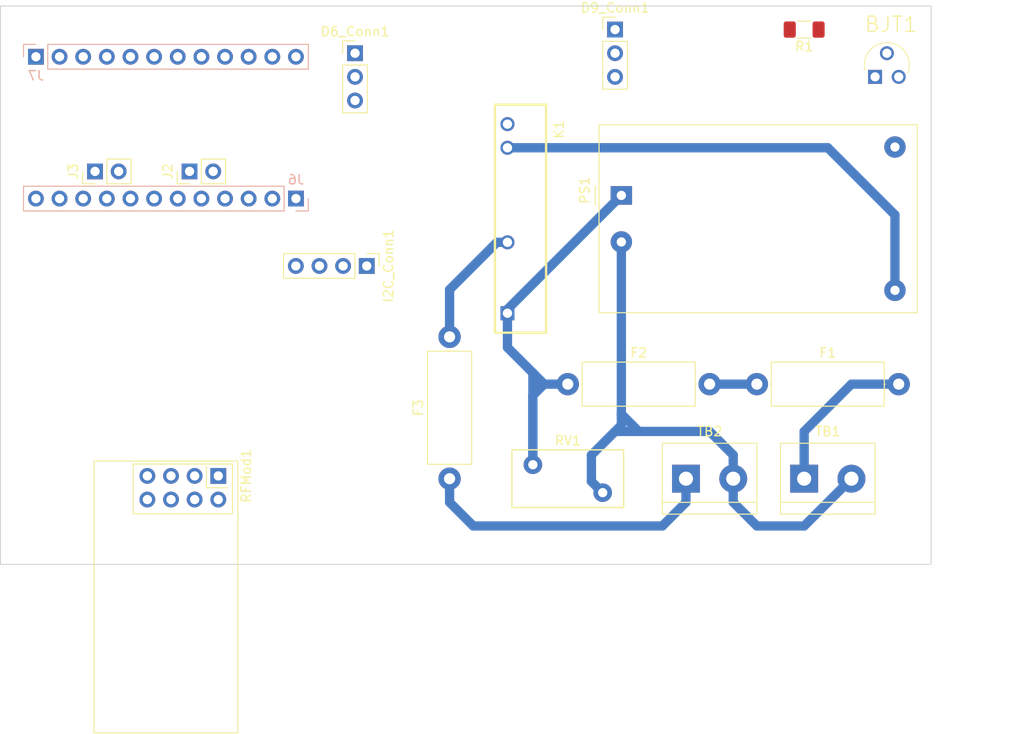
<source format=kicad_pcb>
(kicad_pcb (version 20211014) (generator pcbnew)
  (title_block (date "sam. 04 avril 2015"))
  (layers (0 "F.Cu" signal) (31 "B.Cu" signal) (34 "B.Paste" user) (35 "F.Paste" user) (36 "B.SilkS" user "B.Silkscreen") (37 "F.SilkS" user "F.Silkscreen") (38 "B.Mask" user) (39 "F.Mask" user) (44 "Edge.Cuts" user))
  (net 0 "")
  (net 1 "GND")
  (net 2 "Net-(BJT1-Pad1)")
  (net 3 "/*D9")
  (net 4 "Net-(BJT1-Pad2)")
  (net 5 "/D7")
  (net 6 "/*D6")
  (net 7 "/*D5")
  (net 8 "+5V")
  (net 9 "Net-(F1-Pad1)")
  (net 10 "Net-(F1-Pad2)")
  (net 11 "Net-(F2-Pad1)")
  (net 12 "Net-(F3-Pad1)")
  (net 13 "Net-(F3-Pad2)")
  (net 15 "/D2")
  (net 17 "/SCL{slash}A5")
  (net 18 "/SDA{slash}A4")
  (net 19 "/SS{slash}*D10")
  (net 20 "/MOSI{slash}*D11")
  (net 21 "/MISO{slash}D12")
  (net 22 "/SCK{slash}D13")
  (net 24 "+3.3V")
  (net 35 "Net-(PS1-Pad2)")
  (footprint "Connector_PinHeader_2.54mm:PinHeader_1x02_P2.54mm_Vertical" (layer "F.Cu") (at 59.36 74.6 90)
    (fp_text reference "J2" (at 0 -2.33 90) (layer "F.SilkS"))
    (fp_text value "I2C")
    (fp_line (start -1.33 -1.33) (end 0 -1.33) (layer "F.SilkS") (width 0.12))
    (fp_line (start 1.33 1.27) (end 1.33 3.87) (layer "F.SilkS") (width 0.12))
    (fp_line (start -1.33 1.27) (end -1.33 3.87) (layer "F.SilkS") (width 0.12))
    (fp_line (start -1.33 0) (end -1.33 -1.33) (layer "F.SilkS") (width 0.12))
    (fp_line (start -1.33 3.87) (end 1.33 3.87) (layer "F.SilkS") (width 0.12))
    (fp_line (start -1.33 1.27) (end 1.33 1.27) (layer "F.SilkS") (width 0.12))
    (pad "1" thru_hole rect locked (at 0 0 90) (size 1.7 1.7) (drill 1) (layers *.Cu *.Mask) (net 18 "/SDA{slash}A4"))
    (pad "2" thru_hole oval locked (at 0 2.54 90) (size 1.7 1.7) (drill 1) (layers *.Cu *.Mask) (net 17 "/SCL{slash}A5"))
  )
  (footprint "Connector_PinHeader_2.54mm:PinHeader_1x03_P2.54mm_Vertical" (layer "F.Cu") (at 105.08 59.36)
    (fp_text reference "D9_Conn1" (at 0 -2.33) (layer "F.SilkS"))
    (fp_text value "01x03_Male")
    (fp_line (start -1.33 -1.33) (end 0 -1.33) (layer "F.SilkS") (width 0.12))
    (fp_line (start -1.33 1.27) (end 1.33 1.27) (layer "F.SilkS") (width 0.12))
    (fp_line (start 1.33 1.27) (end 1.33 6.41) (layer "F.SilkS") (width 0.12))
    (fp_line (start -1.33 0) (end -1.33 -1.33) (layer "F.SilkS") (width 0.12))
    (fp_line (start -1.33 1.27) (end -1.33 6.41) (layer "F.SilkS") (width 0.12))
    (fp_line (start -1.33 6.41) (end 1.33 6.41) (layer "F.SilkS") (width 0.12))
    (pad "1" thru_hole rect (at 0 0) (size 1.7 1.7) (drill 1) (layers *.Cu *.Mask) (net 8 "+5V"))
    (pad "2" thru_hole oval (at 0 2.54) (size 1.7 1.7) (drill 1) (layers *.Cu *.Mask) (net 1 "GND"))
    (pad "3" thru_hole oval (at 0 5.08) (size 1.7 1.7) (drill 1) (layers *.Cu *.Mask) (net 6 "/*D6"))
  )
  (footprint "RF_Module:nRF24L01_Breakout" (layer "F.Cu") (at 62.445 107.32 -90)
    (fp_text reference "RFMod1" (at 0 -3 90) (layer "F.SilkS"))
    (fp_text value "NRF24L01_Breakout")
    (fp_line (start -1.27 -1.524) (end 4.064 -1.524) (layer "F.SilkS") (width 0.12))
    (fp_line (start 4.064 9.144) (end -1.27 9.144) (layer "F.SilkS") (width 0.12))
    (fp_line (start 1.27 1.27) (end -1.016 1.27) (layer "F.SilkS") (width 0.12))
    (fp_line (start -1.6 -2.1) (end -1.6 -2.1) (layer "F.SilkS") (width 0.12))
    (fp_line (start -1.016 1.27) (end -1.016 1.27) (layer "F.SilkS") (width 0.12))
    (fp_line (start -1.27 9.144) (end -1.27 -1.524) (layer "F.SilkS") (width 0.12))
    (fp_line (start 1.27 -1.016) (end 1.27 1.27) (layer "F.SilkS") (width 0.12))
    (fp_line (start -1.27 9.144) (end -1.27 9.144) (layer "F.SilkS") (width 0.12))
    (fp_line (start -1.27 -1.524) (end -1.27 -1.524) (layer "F.SilkS") (width 0.12))
    (fp_line (start 27.6 -2.1) (end 27.6 13.35) (layer "F.SilkS") (width 0.12))
    (fp_line (start 27.6 13.35) (end -1.6 13.35) (layer "F.SilkS") (width 0.12))
    (fp_line (start -1.6 13.35) (end -1.6 -2.1) (layer "F.SilkS") (width 0.12))
    (fp_line (start -1.6 -2.1) (end 27.6 -2.1) (layer "F.SilkS") (width 0.12))
    (fp_line (start 4.064 -1.524) (end 4.064 9.144) (layer "F.SilkS") (width 0.12))
    (pad "1" thru_hole rect (at 0 0 270) (size 1.7 1.7) (drill 1) (layers *.Cu *.Mask) (net 1 "GND"))
    (pad "2" thru_hole circle (at 2.54 0 270) (size 1.7 1.7) (drill 1) (layers *.Cu *.Mask) (net 24 "+3.3V"))
    (pad "3" thru_hole circle (at 0 2.54 270) (size 1.7 1.7) (drill 1) (layers *.Cu *.Mask) (net 3 "/*D9"))
    (pad "4" thru_hole circle (at 2.54 2.54 270) (size 1.7 1.7) (drill 1) (layers *.Cu *.Mask) (net 19 "/SS{slash}*D10"))
    (pad "5" thru_hole circle (at 0 5.08 270) (size 1.7 1.7) (drill 1) (layers *.Cu *.Mask) (net 22 "/SCK{slash}D13"))
    (pad "6" thru_hole circle (at 2.54 5.08 270) (size 1.7 1.7) (drill 1) (layers *.Cu *.Mask) (net 20 "/MOSI{slash}*D11"))
    (pad "7" thru_hole circle (at 0 7.62 270) (size 1.7 1.7) (drill 1) (layers *.Cu *.Mask) (net 21 "/MISO{slash}D12"))
    (pad "8" thru_hole circle (at 2.54 7.62 270) (size 1.7 1.7) (drill 1) (layers *.Cu *.Mask) (net 15 "/D2"))
  )
  (footprint "Resistor_THT:R_Axial_DIN0414_L11.9mm_D4.5mm_P15.24mm_Horizontal" (layer "F.Cu") (at 120.32 97.46)
    (fp_text reference "F1" (at 7.62 -3.37) (layer "F.SilkS"))
    (fp_text value "Fuse")
    (fp_line (start 1.55 -2.37) (end 1.55 2.37) (layer "F.SilkS") (width 0.12))
    (fp_line (start 13.8 0) (end 13.69 0) (layer "F.SilkS") (width 0.12))
    (fp_line (start 13.69 -2.37) (end 1.55 -2.37) (layer "F.SilkS") (width 0.12))
    (fp_line (start 1.44 0) (end 1.55 0) (layer "F.SilkS") (width 0.12))
    (fp_line (start 13.69 2.37) (end 13.69 -2.37) (layer "F.SilkS") (width 0.12))
    (fp_line (start 1.55 2.37) (end 13.69 2.37) (layer "F.SilkS") (width 0.12))
    (pad "1" thru_hole circle (at 0 0) (size 2.4 2.4) (drill 1.2) (layers *.Cu *.Mask) (net 9 "Net-(F1-Pad1)"))
    (pad "2" thru_hole oval (at 15.24 0) (size 2.4 2.4) (drill 1.2) (layers *.Cu *.Mask) (net 10 "Net-(F1-Pad2)"))
  )
  (footprint "Resistor_THT:R_Axial_DIN0414_L11.9mm_D4.5mm_P15.24mm_Horizontal" (layer "F.Cu") (at 87.3 107.62 90)
    (fp_text reference "F3" (at 7.62 -3.37 90) (layer "F.SilkS"))
    (fp_text value "Fuse")
    (fp_line (start 1.44 0) (end 1.55 0) (layer "F.SilkS") (width 0.12))
    (fp_line (start 1.55 2.37) (end 13.69 2.37) (layer "F.SilkS") (width 0.12))
    (fp_line (start 13.8 0) (end 13.69 0) (layer "F.SilkS") (width 0.12))
    (fp_line (start 13.69 -2.37) (end 1.55 -2.37) (layer "F.SilkS") (width 0.12))
    (fp_line (start 13.69 2.37) (end 13.69 -2.37) (layer "F.SilkS") (width 0.12))
    (fp_line (start 1.55 -2.37) (end 1.55 2.37) (layer "F.SilkS") (width 0.12))
    (pad "1" thru_hole circle (at 0 0 90) (size 2.4 2.4) (drill 1.2) (layers *.Cu *.Mask) (net 12 "Net-(F3-Pad1)"))
    (pad "2" thru_hole oval (at 15.24 0 90) (size 2.4 2.4) (drill 1.2) (layers *.Cu *.Mask) (net 13 "Net-(F3-Pad2)"))
  )
  (footprint "G3MB-202P:RELAY_G3MB-202P" (layer "F.Cu") (at 94.92 79.68 -90)
    (fp_text reference "K1" (at -9.583625 -4.138735 90) (layer "F.SilkS") (effects (font (size 1.000906 1.000906))))
    (fp_text value "G3MB-202P")
    (fp_line (start 12.25 -2.75) (end -12.25 -2.75) (layer "F.SilkS") (width 0.254))
    (fp_line (start -12.25 -2.75) (end -12.25 2.75) (layer "F.SilkS") (width 0.254))
    (fp_line (start 12.25 2.75) (end 12.25 -2.75) (layer "F.SilkS") (width 0.254))
    (fp_line (start -12.25 2.75) (end 12.25 2.75) (layer "F.SilkS") (width 0.254))
    (pad "1" thru_hole rect locked (at 10.16 1.4 270) (size 1.508 1.508) (drill 1) (layers *.Cu *.Mask) (net 11 "Net-(F2-Pad1)"))
    (pad "2" thru_hole circle locked (at 2.54 1.4 270) (size 1.508 1.508) (drill 1) (layers *.Cu *.Mask) (net 13 "Net-(F3-Pad2)"))
    (pad "3" thru_hole circle locked (at -7.62 1.4 270) (size 1.508 1.508) (drill 1) (layers *.Cu *.Mask) (net 8 "+5V"))
    (pad "4" thru_hole circle locked (at -10.16 1.4 270) (size 1.508 1.508) (drill 1) (layers *.Cu *.Mask) (net 2 "Net-(BJT1-Pad1)"))
  )
  (footprint "Converter_ACDC:Converter_ACDC_HiLink_HLK-PMxx" (layer "F.Cu") (at 105.7575 77.18)
    (fp_text reference "PS1" (at -3.94 -0.55 90) (layer "F.SilkS"))
    (fp_text value "HLK-PM01")
    (fp_line (start -2.79 -1) (end -2.79 1.01) (layer "F.SilkS") (width 0.12))
    (fp_line (start 31.8 -7.6) (end -2.4 -7.6) (layer "F.SilkS") (width 0.12))
    (fp_line (start -2.4 12.6) (end 31.8 12.6) (layer "F.SilkS") (width 0.12))
    (fp_line (start 31.8 12.6) (end 31.8 -7.6) (layer "F.SilkS") (width 0.12))
    (fp_line (start -2.4 -7.6) (end -2.4 12.6) (layer "F.SilkS") (width 0.12))
    (pad "1" thru_hole rect (at 0 0) (size 2.3 2) (drill 1) (layers *.Cu *.Mask) (net 11 "Net-(F2-Pad1)"))
    (pad "2" thru_hole circle (at 0 5) (size 2.3 2.3) (drill 1) (layers *.Cu *.Mask) (net 35 "Net-(PS1-Pad2)"))
    (pad "3" thru_hole circle (at 29.4 -5.2) (size 2.3 2.3) (drill 1) (layers *.Cu *.Mask) (net 1 "GND"))
    (pad "4" thru_hole circle (at 29.4 10.2) (size 2.3 2.3) (drill 1) (layers *.Cu *.Mask) (net 8 "+5V"))
  )
  (footprint "Connector_PinHeader_2.54mm:PinHeader_1x02_P2.54mm_Vertical" (layer "F.Cu") (at 49.2 74.6 90)
    (fp_text reference "J3" (at 0 -2.33 90) (layer "F.SilkS"))
    (fp_text value "Analog")
    (fp_line (start -1.33 1.27) (end 1.33 1.27) (layer "F.SilkS") (width 0.12))
    (fp_line (start -1.33 -1.33) (end 0 -1.33) (layer "F.SilkS") (width 0.12))
    (fp_line (start -1.33 0) (end -1.33 -1.33) (layer "F.SilkS") (width 0.12))
    (fp_line (start -1.33 3.87) (end 1.33 3.87) (layer "F.SilkS") (width 0.12))
    (fp_line (start 1.33 1.27) (end 1.33 3.87) (layer "F.SilkS") (width 0.12))
    (fp_line (start -1.33 1.27) (end -1.33 3.87) (layer "F.SilkS") (width 0.12))
    (pad "1" thru_hole rect locked (at 0 0 90) (size 1.7 1.7) (drill 1) (layers *.Cu *.Mask))
    (pad "2" thru_hole oval locked (at 0 2.54 90) (size 1.7 1.7) (drill 1) (layers *.Cu *.Mask))
  )
  (footprint "TerminalBlock:TerminalBlock_bornier-2_P5.08mm" (layer "F.Cu") (at 112.7 107.62)
    (fp_text reference "TB2" (at 2.54 -5.08) (layer "F.SilkS"))
    (fp_text value "01x02")
    (fp_line (start -2.54 -3.81) (end -2.54 3.81) (layer "F.SilkS") (width 0.12))
    (fp_line (start -2.54 3.81) (end 7.62 3.81) (layer "F.SilkS") (width 0.12))
    (fp_line (start 7.62 3.81) (end 7.62 -3.81) (layer "F.SilkS") (width 0.12))
    (fp_line (start 7.62 -3.81) (end -2.54 -3.81) (layer "F.SilkS") (width 0.12))
    (fp_line (start 7.62 2.54) (end -2.54 2.54) (layer "F.SilkS") (width 0.12))
    (pad "1" thru_hole rect (at 0 0) (size 3 3) (drill 1.52) (layers *.Cu *.Mask) (net 12 "Net-(F3-Pad1)"))
    (pad "2" thru_hole circle (at 5.08 0) (size 3 3) (drill 1.52) (layers *.Cu *.Mask) (net 35 "Net-(PS1-Pad2)"))
  )
  (footprint "Varistor:RV_Disc_D12mm_W6.2mm_P7.5mm" (layer "F.Cu") (at 103.75 109.12 180)
    (fp_text reference "RV1" (at 3.75 5.6) (layer "F.SilkS"))
    (fp_text value "Varistor")
    (fp_line (start 9.75 -1.6) (end 9.75 4.6) (layer "F.SilkS") (width 0.15))
    (fp_line (start -2.25 -1.6) (end 9.75 -1.6) (layer "F.SilkS") (width 0.15))
    (fp_line (start -2.25 -1.6) (end -2.25 4.6) (layer "F.SilkS") (width 0.15))
    (fp_line (start -2.25 4.6) (end 9.75 4.6) (layer "F.SilkS") (width 0.15))
    (pad "1" thru_hole circle (at 0 0 180) (size 2 2) (drill 1) (layers *.Cu *.Mask) (net 35 "Net-(PS1-Pad2)"))
    (pad "2" thru_hole circle (at 7.5 3 180) (size 2 2) (drill 1) (layers *.Cu *.Mask) (net 11 "Net-(F2-Pad1)"))
  )
  (footprint "BC547C:TO127P254X732-3" (layer "F.Cu") (at 135.56 61.9)
    (fp_text reference "BJT1" (at -0.812805 -3.098815) (layer "F.SilkS") (effects (font (size 1.640008 1.640008))))
    (fp_text value "BC547C")
    (fp_arc (start -3.632201 1.828799) (mid -1.557641 -1.125681) (end 1.143 1.27) (layer "F.SilkS") (width 0.1))
    (fp_arc (start 1.143 1.27) (mid 1.103466 1.695767) (end 0.9906 2.1082) (layer "F.SilkS") (width 0.1))
    (pad "1" thru_hole rect locked (at -2.54 2.54) (size 1.4986 1.4986) (drill 0.9906) (layers *.Cu *.Mask) (net 2 "Net-(BJT1-Pad1)"))
    (pad "2" thru_hole circle locked (at -1.27 0) (size 1.4986 1.4986) (drill 0.9906) (layers *.Cu *.Mask) (net 4 "Net-(BJT1-Pad2)"))
    (pad "3" thru_hole circle locked (at 0 2.54) (size 1.4986 1.4986) (drill 0.9906) (layers *.Cu *.Mask) (net 1 "GND"))
  )
  (footprint "TerminalBlock:TerminalBlock_bornier-2_P5.08mm" (layer "F.Cu") (at 125.4 107.62)
    (fp_text reference "TB1" (at 2.54 -5.08) (layer "F.SilkS"))
    (fp_text value "01x02")
    (fp_line (start 7.62 2.54) (end -2.54 2.54) (layer "F.SilkS") (width 0.12))
    (fp_line (start -2.54 3.81) (end 7.62 3.81) (layer "F.SilkS") (width 0.12))
    (fp_line (start 7.62 -3.81) (end -2.54 -3.81) (layer "F.SilkS") (width 0.12))
    (fp_line (start -2.54 -3.81) (end -2.54 3.81) (layer "F.SilkS") (width 0.12))
    (fp_line (start 7.62 3.81) (end 7.62 -3.81) (layer "F.SilkS") (width 0.12))
    (pad "1" thru_hole rect (at 0 0) (size 3 3) (drill 1.52) (layers *.Cu *.Mask) (net 10 "Net-(F1-Pad2)"))
    (pad "2" thru_hole circle (at 5.08 0) (size 3 3) (drill 1.52) (layers *.Cu *.Mask) (net 35 "Net-(PS1-Pad2)"))
  )
  (footprint "Resistor_SMD:R_1206_3216Metric_Pad1.30x1.75mm_HandSolder" (layer "F.Cu") (at 125.4 59.36 180)
    (fp_text reference "R1" (at 0 -1.82) (layer "F.SilkS"))
    (fp_text value "1 K")
    (fp_line (start -0.727064 -0.91) (end 0.727064 -0.91) (layer "F.SilkS") (width 0.12))
    (fp_line (start -0.727064 0.91) (end 0.727064 0.91) (layer "F.SilkS") (width 0.12))
    (pad "1" smd roundrect (at -1.55 0 180) (size 1.3 1.75) (layers "F.Cu" "F.Paste" "F.Mask") (roundrect_rratio 0.192308) (net 4 "Net-(BJT1-Pad2)"))
    (pad "2" smd roundrect (at 1.55 0 180) (size 1.3 1.75) (layers "F.Cu" "F.Paste" "F.Mask") (roundrect_rratio 0.192308) (net 7 "/*D5"))
  )
  (footprint "Resistor_THT:R_Axial_DIN0414_L11.9mm_D4.5mm_P15.24mm_Horizontal" (layer "F.Cu") (at 100 97.46)
    (fp_text reference "F2" (at 7.62 -3.37) (layer "F.SilkS"))
    (fp_text value "Fuse")
    (fp_line (start 1.55 2.37) (end 13.69 2.37) (layer "F.SilkS") (width 0.12))
    (fp_line (start 13.69 2.37) (end 13.69 -2.37) (layer "F.SilkS") (width 0.12))
    (fp_line (start 1.55 -2.37) (end 1.55 2.37) (layer "F.SilkS") (width 0.12))
    (fp_line (start 13.8 0) (end 13.69 0) (layer "F.SilkS") (width 0.12))
    (fp_line (start 1.44 0) (end 1.55 0) (layer "F.SilkS") (width 0.12))
    (fp_line (start 13.69 -2.37) (end 1.55 -2.37) (layer "F.SilkS") (width 0.12))
    (pad "1" thru_hole circle (at 0 0) (size 2.4 2.4) (drill 1.2) (layers *.Cu *.Mask) (net 11 "Net-(F2-Pad1)"))
    (pad "2" thru_hole oval (at 15.24 0) (size 2.4 2.4) (drill 1.2) (layers *.Cu *.Mask) (net 9 "Net-(F1-Pad1)"))
  )
  (footprint "Connector_PinHeader_2.54mm:PinHeader_1x03_P2.54mm_Vertical" (layer "F.Cu") (at 77.14 61.9)
    (fp_text reference "D6_Conn1" (at 0 -2.33) (layer "F.SilkS"))
    (fp_text value "01x03_Male")
    (fp_line (start -1.33 1.27) (end 1.33 1.27) (layer "F.SilkS") (width 0.12))
    (fp_line (start -1.33 6.41) (end 1.33 6.41) (layer "F.SilkS") (width 0.12))
    (fp_line (start -1.33 -1.33) (end 0 -1.33) (layer "F.SilkS") (width 0.12))
    (fp_line (start 1.33 1.27) (end 1.33 6.41) (layer "F.SilkS") (width 0.12))
    (fp_line (start -1.33 1.27) (end -1.33 6.41) (layer "F.SilkS") (width 0.12))
    (fp_line (start -1.33 0) (end -1.33 -1.33) (layer "F.SilkS") (width 0.12))
    (pad "1" thru_hole rect (at 0 0) (size 1.7 1.7) (drill 1) (layers *.Cu *.Mask) (net 8 "+5V"))
    (pad "2" thru_hole oval (at 0 2.54) (size 1.7 1.7) (drill 1) (layers *.Cu *.Mask) (net 1 "GND"))
    (pad "3" thru_hole oval (at 0 5.08) (size 1.7 1.7) (drill 1) (layers *.Cu *.Mask) (net 5 "/D7"))
  )
  (footprint "Connector_PinHeader_2.54mm:PinHeader_1x04_P2.54mm_Vertical" (layer "F.Cu") (at 78.4 84.76 -90)
    (fp_text reference "I2C_Conn1" (at 0 -2.33 90) (layer "F.SilkS"))
    (fp_text value "01x04_Male")
    (fp_line (start -1.33 0) (end -1.33 -1.33) (layer "F.SilkS") (width 0.12))
    (fp_line (start -1.33 8.95) (end 1.33 8.95) (layer "F.SilkS") (width 0.12))
    (fp_line (start 1.33 1.27) (end 1.33 8.95) (layer "F.SilkS") (width 0.12))
    (fp_line (start -1.33 1.27) (end -1.33 8.95) (layer "F.SilkS") (width 0.12))
    (fp_line (start -1.33 -1.33) (end 0 -1.33) (layer "F.SilkS") (width 0.12))
    (fp_line (start -1.33 1.27) (end 1.33 1.27) (layer "F.SilkS") (width 0.12))
    (pad "1" thru_hole rect (at 0 0 270) (size 1.7 1.7) (drill 1) (layers *.Cu *.Mask) (net 8 "+5V"))
    (pad "2" thru_hole oval (at 0 2.54 270) (size 1.7 1.7) (drill 1) (layers *.Cu *.Mask) (net 1 "GND"))
    (pad "3" thru_hole oval (at 0 5.08 270) (size 1.7 1.7) (drill 1) (layers *.Cu *.Mask) (net 17 "/SCL{slash}A5"))
    (pad "4" thru_hole oval (at 0 7.62 270) (size 1.7 1.7) (drill 1) (layers *.Cu *.Mask) (net 18 "/SDA{slash}A4"))
  )
  (footprint "Connector_PinHeader_2.54mm:PinHeader_1x12_P2.54mm_Vertical" (layer "B.Cu") (at 42.85 62.281 -90)
    (fp_text reference "J7" (at 2.032 0) (layer "B.SilkS") (effects (justify mirror)))
    (fp_text value "Digital")
    (fp_line (start 1.33 -1.27) (end 1.33 -29.27) (layer "B.SilkS") (width 0.12))
    (fp_line (start -1.33 1.33) (end 0 1.33) (layer "B.SilkS") (width 0.12))
    (fp_line (start -1.33 -29.27) (end 1.33 -29.27) (layer "B.SilkS") (width 0.12))
    (fp_line (start -1.33 -1.27) (end -1.33 -29.27) (layer "B.SilkS") (width 0.12))
    (fp_line (start -1.33 -1.27) (end 1.33 -1.27) (layer "B.SilkS") (width 0.12))
    (fp_line (start -1.33 0) (end -1.33 1.33) (layer "B.SilkS") (width 0.12))
    (pad "1" thru_hole rect locked (at 0 0 270) (size 1.7 1.7) (drill 1) (layers *.Cu *.Mask) (net 3 "/*D9"))
    (pad "2" thru_hole oval locked (at 0 -2.54 270) (size 1.7 1.7) (drill 1) (layers *.Cu *.Mask))
    (pad "3" thru_hole oval locked (at 0 -5.08 270) (size 1.7 1.7) (drill 1) (layers *.Cu *.Mask) (net 5 "/D7"))
    (pad "4" thru_hole oval locked (at 0 -7.62 270) (size 1.7 1.7) (drill 1) (layers *.Cu *.Mask) (net 6 "/*D6"))
    (pad "5" thru_hole oval locked (at 0 -10.16 270) (size 1.7 1.7) (drill 1) (layers *.Cu *.Mask) (net 7 "/*D5"))
    (pad "6" thru_hole oval locked (at 0 -12.7 270) (size 1.7 1.7) (drill 1) (layers *.Cu *.Mask))
    (pad "7" thru_hole oval locked (at 0 -15.24 270) (size 1.7 1.7) (drill 1) (layers *.Cu *.Mask))
    (pad "8" thru_hole oval locked (at 0 -17.78 270) (size 1.7 1.7) (drill 1) (layers *.Cu *.Mask) (net 15 "/D2"))
    (pad "9" thru_hole oval locked (at 0 -20.32 270) (size 1.7 1.7) (drill 1) (layers *.Cu *.Mask) (net 1 "GND"))
    (pad "10" thru_hole oval locked (at 0 -22.86 270) (size 1.7 1.7) (drill 1) (layers *.Cu *.Mask))
    (pad "11" thru_hole oval locked (at 0 -25.4 270) (size 1.7 1.7) (drill 1) (layers *.Cu *.Mask))
    (pad "12" thru_hole oval locked (at 0 -27.94 270) (size 1.7 1.7) (drill 1) (layers *.Cu *.Mask))
  )
  (footprint "Connector_PinHeader_2.54mm:PinHeader_1x12_P2.54mm_Vertical" (layer "B.Cu") (at 70.79 77.521 90)
    (fp_text reference "J6" (at 2.032 0) (layer "B.SilkS") (effects (justify mirror)))
    (fp_text value "Analog")
    (fp_line (start -1.33 -29.27) (end 1.33 -29.27) (layer "B.SilkS") (width 0.12))
    (fp_line (start -1.33 -1.27) (end 1.33 -1.27) (layer "B.SilkS") (width 0.12))
    (fp_line (start -1.33 1.33) (end 0 1.33) (layer "B.SilkS") (width 0.12))
    (fp_line (start -1.33 -1.27) (end -1.33 -29.27) (layer "B.SilkS") (width 0.12))
    (fp_line (start 1.33 -1.27) (end 1.33 -29.27) (layer "B.SilkS") (width 0.12))
    (fp_line (start -1.33 0) (end -1.33 1.33) (layer "B.SilkS") (width 0.12))
    (pad "1" thru_hole rect locked (at 0 0 90) (size 1.7 1.7) (drill 1) (layers *.Cu *.Mask) (net 8 "+5V"))
    (pad "2" thru_hole oval locked (at 0 -2.54 90) (size 1.7 1.7) (drill 1) (layers *.Cu *.Mask) (net 1 "GND"))
    (pad "3" thru_hole oval locked (at 0 -5.08 90) (size 1.7 1.7) (drill 1) (layers *.Cu *.Mask))
    (pad "4" thru_hole oval locked (at 0 -7.62 90) (size 1.7 1.7) (drill 1) (layers *.Cu *.Mask) (net 24 "+3.3V"))
    (pad "5" thru_hole oval locked (at 0 -10.16 90) (size 1.7 1.7) (drill 1) (layers *.Cu *.Mask))
    (pad "6" thru_hole oval locked (at 0 -12.7 90) (size 1.7 1.7) (drill 1) (layers *.Cu *.Mask))
    (pad "7" thru_hole oval locked (at 0 -15.24 90) (size 1.7 1.7) (drill 1) (layers *.Cu *.Mask))
    (pad "8" thru_hole oval locked (at 0 -17.78 90) (size 1.7 1.7) (drill 1) (layers *.Cu *.Mask))
    (pad "9" thru_hole oval locked (at 0 -20.32 90) (size 1.7 1.7) (drill 1) (layers *.Cu *.Mask) (net 22 "/SCK{slash}D13"))
    (pad "10" thru_hole oval locked (at 0 -22.86 90) (size 1.7 1.7) (drill 1) (layers *.Cu *.Mask) (net 21 "/MISO{slash}D12"))
    (pad "11" thru_hole oval locked (at 0 -25.4 90) (size 1.7 1.7) (drill 1) (layers *.Cu *.Mask) (net 20 "/MOSI{slash}*D11"))
    (pad "12" thru_hole oval locked (at 0 -27.94 90) (size 1.7 1.7) (drill 1) (layers *.Cu *.Mask) (net 19 "/SS{slash}*D10"))
  )
  (gr_rect (start 39.04 56.82) (end 139.04 116.82) (layer "Edge.Cuts") (width 0.1) (fill none))
  (segment (start 135.1575 79.2775) (end 127.94 72.06) (width 1) (layer "B.Cu") (net 8))
  (segment (start 135.1575 87.38) (end 135.1575 79.2775) (width 1) (layer "B.Cu") (net 8))
  (segment (start 127.94 72.06) (end 93.52 72.06) (width 1) (layer "B.Cu") (net 8))
  (segment (start 115.24 97.46) (end 120.32 97.46) (width 1) (layer "B.Cu") (net 9))
  (segment (start 125.4 102.54) (end 130.48 97.46) (width 1) (layer "B.Cu") (net 10))
  (segment (start 125.4 107.62) (end 125.4 102.54) (width 1) (layer "B.Cu") (net 10))
  (segment (start 130.48 97.46) (end 135.56 97.46) (width 1) (layer "B.Cu") (net 10))
  (segment (start 96.19 96.19) (end 93.52 93.52) (width 1) (layer "B.Cu") (net 11))
  (segment (start 96.25 106.12) (end 96.25 98.67) (width 1) (layer "B.Cu") (net 11))
  (segment (start 93.52 89.4175) (end 93.52 89.84) (width 1) (layer "B.Cu") (net 11))
  (segment (start 96.25 106.12) (end 96.25 96.25) (width 1) (layer "B.Cu") (net 11))
  (segment (start 97.46 97.46) (end 96.19 96.19) (width 1) (layer "B.Cu") (net 11))
  (segment (start 100 97.46) (end 97.46 97.46) (width 1) (layer "B.Cu") (net 11))
  (segment (start 96.25 96.25) (end 96.19 96.19) (width 1) (layer "B.Cu") (net 11))
  (segment (start 105.7575 77.18) (end 93.52 89.4175) (width 1) (layer "B.Cu") (net 11))
  (segment (start 96.25 98.67) (end 97.46 97.46) (width 1) (layer "B.Cu") (net 11))
  (segment (start 93.52 93.52) (end 93.52 89.84) (width 1) (layer "B.Cu") (net 11))
  (segment (start 87.3 110.16) (end 87.3 107.62) (width 1) (layer "B.Cu") (net 12))
  (segment (start 112.7 107.62) (end 112.7 110.16) (width 1) (layer "B.Cu") (net 12))
  (segment (start 89.84 112.7) (end 87.3 110.16) (width 1) (layer "B.Cu") (net 12))
  (segment (start 110.16 112.7) (end 89.84 112.7) (width 1) (layer "B.Cu") (net 12))
  (segment (start 112.7 110.16) (end 110.16 112.7) (width 1) (layer "B.Cu") (net 12))
  (segment (start 87.3 87.3) (end 92.38 82.22) (width 1) (layer "B.Cu") (net 13))
  (segment (start 92.38 82.22) (end 93.52 82.22) (width 1) (layer "B.Cu") (net 13))
  (segment (start 87.3 92.38) (end 87.3 87.3) (width 1) (layer "B.Cu") (net 13))
  (segment (start 105.7575 100.6775) (end 105.7575 101.8625) (width 1) (layer "B.Cu") (net 35))
  (segment (start 125.4 112.7) (end 130.48 107.62) (width 1) (layer "B.Cu") (net 35))
  (segment (start 117.78 107.62) (end 117.78 110.16) (width 1) (layer "B.Cu") (net 35))
  (segment (start 117.78 107.62) (end 117.78 105.08) (width 1) (layer "B.Cu") (net 35))
  (segment (start 105.7575 82.18) (end 105.7575 100.6775) (width 1) (layer "B.Cu") (net 35))
  (segment (start 105.08 102.54) (end 103.81 103.81) (width 1) (layer "B.Cu") (net 35))
  (segment (start 105.7575 101.8625) (end 103.81 103.81) (width 1) (layer "B.Cu") (net 35))
  (segment (start 102.54 105.08) (end 102.54 107.91) (width 1) (layer "B.Cu") (net 35))
  (segment (start 102.54 107.91) (end 103.75 109.12) (width 1) (layer "B.Cu") (net 35))
  (segment (start 103.81 103.81) (end 102.54 105.08) (width 1) (layer "B.Cu") (net 35))
  (segment (start 107.62 102.54) (end 105.08 102.54) (width 1) (layer "B.Cu") (net 35))
  (segment (start 117.78 110.16) (end 120.32 112.7) (width 1) (layer "B.Cu") (net 35))
  (segment (start 120.32 112.7) (end 125.4 112.7) (width 1) (layer "B.Cu") (net 35))
  (segment (start 115.24 102.54) (end 107.62 102.54) (width 1) (layer "B.Cu") (net 35))
  (segment (start 105.7575 100.6775) (end 107.62 102.54) (width 1) (layer "B.Cu") (net 35))
  (segment (start 117.78 105.08) (end 115.24 102.54) (width 1) (layer "B.Cu") (net 35))
)
</source>
